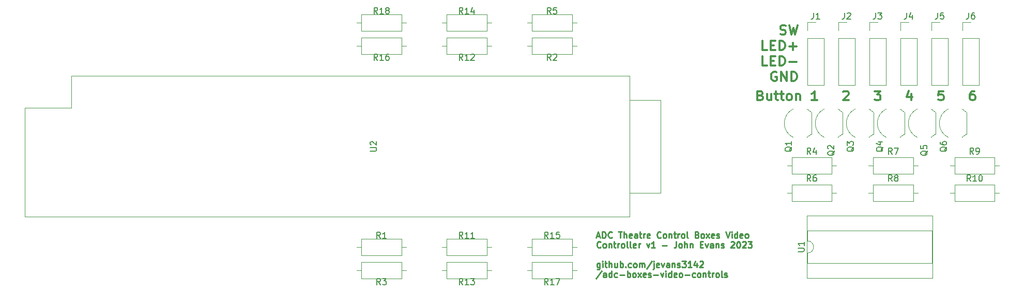
<source format=gto>
G04 #@! TF.GenerationSoftware,KiCad,Pcbnew,(6.0.0-0)*
G04 #@! TF.CreationDate,2023-09-24T20:44:22+01:00*
G04 #@! TF.ProjectId,main-board,6d61696e-2d62-46f6-9172-642e6b696361,rev?*
G04 #@! TF.SameCoordinates,Original*
G04 #@! TF.FileFunction,Legend,Top*
G04 #@! TF.FilePolarity,Positive*
%FSLAX46Y46*%
G04 Gerber Fmt 4.6, Leading zero omitted, Abs format (unit mm)*
G04 Created by KiCad (PCBNEW (6.0.0-0)) date 2023-09-24 20:44:22*
%MOMM*%
%LPD*%
G01*
G04 APERTURE LIST*
%ADD10C,0.300000*%
%ADD11C,0.250000*%
%ADD12C,0.150000*%
%ADD13C,0.120000*%
%ADD14C,1.600000*%
%ADD15O,1.600000X1.600000*%
%ADD16R,1.600000X1.600000*%
%ADD17C,3.200000*%
%ADD18C,1.500000*%
%ADD19R,1.500000X1.500000*%
%ADD20R,1.700000X1.700000*%
%ADD21O,1.700000X1.700000*%
G04 APERTURE END LIST*
D10*
X98357380Y-22197142D02*
X98585952Y-22268571D01*
X98966904Y-22268571D01*
X99119285Y-22197142D01*
X99195476Y-22125714D01*
X99271666Y-21982857D01*
X99271666Y-21840000D01*
X99195476Y-21697142D01*
X99119285Y-21625714D01*
X98966904Y-21554285D01*
X98662142Y-21482857D01*
X98509761Y-21411428D01*
X98433571Y-21340000D01*
X98357380Y-21197142D01*
X98357380Y-21054285D01*
X98433571Y-20911428D01*
X98509761Y-20840000D01*
X98662142Y-20768571D01*
X99043095Y-20768571D01*
X99271666Y-20840000D01*
X99805000Y-20768571D02*
X100185952Y-22268571D01*
X100490714Y-21197142D01*
X100795476Y-22268571D01*
X101176428Y-20768571D01*
X96224047Y-24808571D02*
X95462142Y-24808571D01*
X95462142Y-23308571D01*
X96757380Y-24022857D02*
X97290714Y-24022857D01*
X97519285Y-24808571D02*
X96757380Y-24808571D01*
X96757380Y-23308571D01*
X97519285Y-23308571D01*
X98205000Y-24808571D02*
X98205000Y-23308571D01*
X98585952Y-23308571D01*
X98814523Y-23380000D01*
X98966904Y-23522857D01*
X99043095Y-23665714D01*
X99119285Y-23951428D01*
X99119285Y-24165714D01*
X99043095Y-24451428D01*
X98966904Y-24594285D01*
X98814523Y-24737142D01*
X98585952Y-24808571D01*
X98205000Y-24808571D01*
X99805000Y-24237142D02*
X101024047Y-24237142D01*
X100414523Y-24808571D02*
X100414523Y-23665714D01*
X96224047Y-27348571D02*
X95462142Y-27348571D01*
X95462142Y-25848571D01*
X96757380Y-26562857D02*
X97290714Y-26562857D01*
X97519285Y-27348571D02*
X96757380Y-27348571D01*
X96757380Y-25848571D01*
X97519285Y-25848571D01*
X98205000Y-27348571D02*
X98205000Y-25848571D01*
X98585952Y-25848571D01*
X98814523Y-25920000D01*
X98966904Y-26062857D01*
X99043095Y-26205714D01*
X99119285Y-26491428D01*
X99119285Y-26705714D01*
X99043095Y-26991428D01*
X98966904Y-27134285D01*
X98814523Y-27277142D01*
X98585952Y-27348571D01*
X98205000Y-27348571D01*
X99805000Y-26777142D02*
X101024047Y-26777142D01*
X97747857Y-28460000D02*
X97595476Y-28388571D01*
X97366904Y-28388571D01*
X97138333Y-28460000D01*
X96985952Y-28602857D01*
X96909761Y-28745714D01*
X96833571Y-29031428D01*
X96833571Y-29245714D01*
X96909761Y-29531428D01*
X96985952Y-29674285D01*
X97138333Y-29817142D01*
X97366904Y-29888571D01*
X97519285Y-29888571D01*
X97747857Y-29817142D01*
X97824047Y-29745714D01*
X97824047Y-29245714D01*
X97519285Y-29245714D01*
X98509761Y-29888571D02*
X98509761Y-28388571D01*
X99424047Y-29888571D01*
X99424047Y-28388571D01*
X100185952Y-29888571D02*
X100185952Y-28388571D01*
X100566904Y-28388571D01*
X100795476Y-28460000D01*
X100947857Y-28602857D01*
X101024047Y-28745714D01*
X101100238Y-29031428D01*
X101100238Y-29245714D01*
X101024047Y-29531428D01*
X100947857Y-29674285D01*
X100795476Y-29817142D01*
X100566904Y-29888571D01*
X100185952Y-29888571D01*
D11*
X68297976Y-55366666D02*
X68774166Y-55366666D01*
X68202738Y-55652380D02*
X68536071Y-54652380D01*
X68869404Y-55652380D01*
X69202738Y-55652380D02*
X69202738Y-54652380D01*
X69440833Y-54652380D01*
X69583690Y-54700000D01*
X69678928Y-54795238D01*
X69726547Y-54890476D01*
X69774166Y-55080952D01*
X69774166Y-55223809D01*
X69726547Y-55414285D01*
X69678928Y-55509523D01*
X69583690Y-55604761D01*
X69440833Y-55652380D01*
X69202738Y-55652380D01*
X70774166Y-55557142D02*
X70726547Y-55604761D01*
X70583690Y-55652380D01*
X70488452Y-55652380D01*
X70345595Y-55604761D01*
X70250357Y-55509523D01*
X70202738Y-55414285D01*
X70155119Y-55223809D01*
X70155119Y-55080952D01*
X70202738Y-54890476D01*
X70250357Y-54795238D01*
X70345595Y-54700000D01*
X70488452Y-54652380D01*
X70583690Y-54652380D01*
X70726547Y-54700000D01*
X70774166Y-54747619D01*
X71821785Y-54652380D02*
X72393214Y-54652380D01*
X72107500Y-55652380D02*
X72107500Y-54652380D01*
X72726547Y-55652380D02*
X72726547Y-54652380D01*
X73155119Y-55652380D02*
X73155119Y-55128571D01*
X73107500Y-55033333D01*
X73012261Y-54985714D01*
X72869404Y-54985714D01*
X72774166Y-55033333D01*
X72726547Y-55080952D01*
X74012261Y-55604761D02*
X73917023Y-55652380D01*
X73726547Y-55652380D01*
X73631309Y-55604761D01*
X73583690Y-55509523D01*
X73583690Y-55128571D01*
X73631309Y-55033333D01*
X73726547Y-54985714D01*
X73917023Y-54985714D01*
X74012261Y-55033333D01*
X74059880Y-55128571D01*
X74059880Y-55223809D01*
X73583690Y-55319047D01*
X74917023Y-55652380D02*
X74917023Y-55128571D01*
X74869404Y-55033333D01*
X74774166Y-54985714D01*
X74583690Y-54985714D01*
X74488452Y-55033333D01*
X74917023Y-55604761D02*
X74821785Y-55652380D01*
X74583690Y-55652380D01*
X74488452Y-55604761D01*
X74440833Y-55509523D01*
X74440833Y-55414285D01*
X74488452Y-55319047D01*
X74583690Y-55271428D01*
X74821785Y-55271428D01*
X74917023Y-55223809D01*
X75250357Y-54985714D02*
X75631309Y-54985714D01*
X75393214Y-54652380D02*
X75393214Y-55509523D01*
X75440833Y-55604761D01*
X75536071Y-55652380D01*
X75631309Y-55652380D01*
X75964642Y-55652380D02*
X75964642Y-54985714D01*
X75964642Y-55176190D02*
X76012261Y-55080952D01*
X76059880Y-55033333D01*
X76155119Y-54985714D01*
X76250357Y-54985714D01*
X76964642Y-55604761D02*
X76869404Y-55652380D01*
X76678928Y-55652380D01*
X76583690Y-55604761D01*
X76536071Y-55509523D01*
X76536071Y-55128571D01*
X76583690Y-55033333D01*
X76678928Y-54985714D01*
X76869404Y-54985714D01*
X76964642Y-55033333D01*
X77012261Y-55128571D01*
X77012261Y-55223809D01*
X76536071Y-55319047D01*
X78774166Y-55557142D02*
X78726547Y-55604761D01*
X78583690Y-55652380D01*
X78488452Y-55652380D01*
X78345595Y-55604761D01*
X78250357Y-55509523D01*
X78202738Y-55414285D01*
X78155119Y-55223809D01*
X78155119Y-55080952D01*
X78202738Y-54890476D01*
X78250357Y-54795238D01*
X78345595Y-54700000D01*
X78488452Y-54652380D01*
X78583690Y-54652380D01*
X78726547Y-54700000D01*
X78774166Y-54747619D01*
X79345595Y-55652380D02*
X79250357Y-55604761D01*
X79202738Y-55557142D01*
X79155119Y-55461904D01*
X79155119Y-55176190D01*
X79202738Y-55080952D01*
X79250357Y-55033333D01*
X79345595Y-54985714D01*
X79488452Y-54985714D01*
X79583690Y-55033333D01*
X79631309Y-55080952D01*
X79678928Y-55176190D01*
X79678928Y-55461904D01*
X79631309Y-55557142D01*
X79583690Y-55604761D01*
X79488452Y-55652380D01*
X79345595Y-55652380D01*
X80107500Y-54985714D02*
X80107500Y-55652380D01*
X80107500Y-55080952D02*
X80155119Y-55033333D01*
X80250357Y-54985714D01*
X80393214Y-54985714D01*
X80488452Y-55033333D01*
X80536071Y-55128571D01*
X80536071Y-55652380D01*
X80869404Y-54985714D02*
X81250357Y-54985714D01*
X81012261Y-54652380D02*
X81012261Y-55509523D01*
X81059880Y-55604761D01*
X81155119Y-55652380D01*
X81250357Y-55652380D01*
X81583690Y-55652380D02*
X81583690Y-54985714D01*
X81583690Y-55176190D02*
X81631309Y-55080952D01*
X81678928Y-55033333D01*
X81774166Y-54985714D01*
X81869404Y-54985714D01*
X82345595Y-55652380D02*
X82250357Y-55604761D01*
X82202738Y-55557142D01*
X82155119Y-55461904D01*
X82155119Y-55176190D01*
X82202738Y-55080952D01*
X82250357Y-55033333D01*
X82345595Y-54985714D01*
X82488452Y-54985714D01*
X82583690Y-55033333D01*
X82631309Y-55080952D01*
X82678928Y-55176190D01*
X82678928Y-55461904D01*
X82631309Y-55557142D01*
X82583690Y-55604761D01*
X82488452Y-55652380D01*
X82345595Y-55652380D01*
X83250357Y-55652380D02*
X83155119Y-55604761D01*
X83107500Y-55509523D01*
X83107500Y-54652380D01*
X84726547Y-55128571D02*
X84869404Y-55176190D01*
X84917023Y-55223809D01*
X84964642Y-55319047D01*
X84964642Y-55461904D01*
X84917023Y-55557142D01*
X84869404Y-55604761D01*
X84774166Y-55652380D01*
X84393214Y-55652380D01*
X84393214Y-54652380D01*
X84726547Y-54652380D01*
X84821785Y-54700000D01*
X84869404Y-54747619D01*
X84917023Y-54842857D01*
X84917023Y-54938095D01*
X84869404Y-55033333D01*
X84821785Y-55080952D01*
X84726547Y-55128571D01*
X84393214Y-55128571D01*
X85536071Y-55652380D02*
X85440833Y-55604761D01*
X85393214Y-55557142D01*
X85345595Y-55461904D01*
X85345595Y-55176190D01*
X85393214Y-55080952D01*
X85440833Y-55033333D01*
X85536071Y-54985714D01*
X85678928Y-54985714D01*
X85774166Y-55033333D01*
X85821785Y-55080952D01*
X85869404Y-55176190D01*
X85869404Y-55461904D01*
X85821785Y-55557142D01*
X85774166Y-55604761D01*
X85678928Y-55652380D01*
X85536071Y-55652380D01*
X86202738Y-55652380D02*
X86726547Y-54985714D01*
X86202738Y-54985714D02*
X86726547Y-55652380D01*
X87488452Y-55604761D02*
X87393214Y-55652380D01*
X87202738Y-55652380D01*
X87107500Y-55604761D01*
X87059880Y-55509523D01*
X87059880Y-55128571D01*
X87107500Y-55033333D01*
X87202738Y-54985714D01*
X87393214Y-54985714D01*
X87488452Y-55033333D01*
X87536071Y-55128571D01*
X87536071Y-55223809D01*
X87059880Y-55319047D01*
X87917023Y-55604761D02*
X88012261Y-55652380D01*
X88202738Y-55652380D01*
X88297976Y-55604761D01*
X88345595Y-55509523D01*
X88345595Y-55461904D01*
X88297976Y-55366666D01*
X88202738Y-55319047D01*
X88059880Y-55319047D01*
X87964642Y-55271428D01*
X87917023Y-55176190D01*
X87917023Y-55128571D01*
X87964642Y-55033333D01*
X88059880Y-54985714D01*
X88202738Y-54985714D01*
X88297976Y-55033333D01*
X89393214Y-54652380D02*
X89726547Y-55652380D01*
X90059880Y-54652380D01*
X90393214Y-55652380D02*
X90393214Y-54985714D01*
X90393214Y-54652380D02*
X90345595Y-54700000D01*
X90393214Y-54747619D01*
X90440833Y-54700000D01*
X90393214Y-54652380D01*
X90393214Y-54747619D01*
X91297976Y-55652380D02*
X91297976Y-54652380D01*
X91297976Y-55604761D02*
X91202738Y-55652380D01*
X91012261Y-55652380D01*
X90917023Y-55604761D01*
X90869404Y-55557142D01*
X90821785Y-55461904D01*
X90821785Y-55176190D01*
X90869404Y-55080952D01*
X90917023Y-55033333D01*
X91012261Y-54985714D01*
X91202738Y-54985714D01*
X91297976Y-55033333D01*
X92155119Y-55604761D02*
X92059880Y-55652380D01*
X91869404Y-55652380D01*
X91774166Y-55604761D01*
X91726547Y-55509523D01*
X91726547Y-55128571D01*
X91774166Y-55033333D01*
X91869404Y-54985714D01*
X92059880Y-54985714D01*
X92155119Y-55033333D01*
X92202738Y-55128571D01*
X92202738Y-55223809D01*
X91726547Y-55319047D01*
X92774166Y-55652380D02*
X92678928Y-55604761D01*
X92631309Y-55557142D01*
X92583690Y-55461904D01*
X92583690Y-55176190D01*
X92631309Y-55080952D01*
X92678928Y-55033333D01*
X92774166Y-54985714D01*
X92917023Y-54985714D01*
X93012261Y-55033333D01*
X93059880Y-55080952D01*
X93107500Y-55176190D01*
X93107500Y-55461904D01*
X93059880Y-55557142D01*
X93012261Y-55604761D01*
X92917023Y-55652380D01*
X92774166Y-55652380D01*
X68917023Y-57167142D02*
X68869404Y-57214761D01*
X68726547Y-57262380D01*
X68631309Y-57262380D01*
X68488452Y-57214761D01*
X68393214Y-57119523D01*
X68345595Y-57024285D01*
X68297976Y-56833809D01*
X68297976Y-56690952D01*
X68345595Y-56500476D01*
X68393214Y-56405238D01*
X68488452Y-56310000D01*
X68631309Y-56262380D01*
X68726547Y-56262380D01*
X68869404Y-56310000D01*
X68917023Y-56357619D01*
X69488452Y-57262380D02*
X69393214Y-57214761D01*
X69345595Y-57167142D01*
X69297976Y-57071904D01*
X69297976Y-56786190D01*
X69345595Y-56690952D01*
X69393214Y-56643333D01*
X69488452Y-56595714D01*
X69631309Y-56595714D01*
X69726547Y-56643333D01*
X69774166Y-56690952D01*
X69821785Y-56786190D01*
X69821785Y-57071904D01*
X69774166Y-57167142D01*
X69726547Y-57214761D01*
X69631309Y-57262380D01*
X69488452Y-57262380D01*
X70250357Y-56595714D02*
X70250357Y-57262380D01*
X70250357Y-56690952D02*
X70297976Y-56643333D01*
X70393214Y-56595714D01*
X70536071Y-56595714D01*
X70631309Y-56643333D01*
X70678928Y-56738571D01*
X70678928Y-57262380D01*
X71012261Y-56595714D02*
X71393214Y-56595714D01*
X71155119Y-56262380D02*
X71155119Y-57119523D01*
X71202738Y-57214761D01*
X71297976Y-57262380D01*
X71393214Y-57262380D01*
X71726547Y-57262380D02*
X71726547Y-56595714D01*
X71726547Y-56786190D02*
X71774166Y-56690952D01*
X71821785Y-56643333D01*
X71917023Y-56595714D01*
X72012261Y-56595714D01*
X72488452Y-57262380D02*
X72393214Y-57214761D01*
X72345595Y-57167142D01*
X72297976Y-57071904D01*
X72297976Y-56786190D01*
X72345595Y-56690952D01*
X72393214Y-56643333D01*
X72488452Y-56595714D01*
X72631309Y-56595714D01*
X72726547Y-56643333D01*
X72774166Y-56690952D01*
X72821785Y-56786190D01*
X72821785Y-57071904D01*
X72774166Y-57167142D01*
X72726547Y-57214761D01*
X72631309Y-57262380D01*
X72488452Y-57262380D01*
X73393214Y-57262380D02*
X73297976Y-57214761D01*
X73250357Y-57119523D01*
X73250357Y-56262380D01*
X73917023Y-57262380D02*
X73821785Y-57214761D01*
X73774166Y-57119523D01*
X73774166Y-56262380D01*
X74678928Y-57214761D02*
X74583690Y-57262380D01*
X74393214Y-57262380D01*
X74297976Y-57214761D01*
X74250357Y-57119523D01*
X74250357Y-56738571D01*
X74297976Y-56643333D01*
X74393214Y-56595714D01*
X74583690Y-56595714D01*
X74678928Y-56643333D01*
X74726547Y-56738571D01*
X74726547Y-56833809D01*
X74250357Y-56929047D01*
X75155119Y-57262380D02*
X75155119Y-56595714D01*
X75155119Y-56786190D02*
X75202738Y-56690952D01*
X75250357Y-56643333D01*
X75345595Y-56595714D01*
X75440833Y-56595714D01*
X76440833Y-56595714D02*
X76678928Y-57262380D01*
X76917023Y-56595714D01*
X77821785Y-57262380D02*
X77250357Y-57262380D01*
X77536071Y-57262380D02*
X77536071Y-56262380D01*
X77440833Y-56405238D01*
X77345595Y-56500476D01*
X77250357Y-56548095D01*
X79012261Y-56881428D02*
X79774166Y-56881428D01*
X81297976Y-56262380D02*
X81297976Y-56976666D01*
X81250357Y-57119523D01*
X81155119Y-57214761D01*
X81012261Y-57262380D01*
X80917023Y-57262380D01*
X81917023Y-57262380D02*
X81821785Y-57214761D01*
X81774166Y-57167142D01*
X81726547Y-57071904D01*
X81726547Y-56786190D01*
X81774166Y-56690952D01*
X81821785Y-56643333D01*
X81917023Y-56595714D01*
X82059880Y-56595714D01*
X82155119Y-56643333D01*
X82202738Y-56690952D01*
X82250357Y-56786190D01*
X82250357Y-57071904D01*
X82202738Y-57167142D01*
X82155119Y-57214761D01*
X82059880Y-57262380D01*
X81917023Y-57262380D01*
X82678928Y-57262380D02*
X82678928Y-56262380D01*
X83107500Y-57262380D02*
X83107500Y-56738571D01*
X83059880Y-56643333D01*
X82964642Y-56595714D01*
X82821785Y-56595714D01*
X82726547Y-56643333D01*
X82678928Y-56690952D01*
X83583690Y-56595714D02*
X83583690Y-57262380D01*
X83583690Y-56690952D02*
X83631309Y-56643333D01*
X83726547Y-56595714D01*
X83869404Y-56595714D01*
X83964642Y-56643333D01*
X84012261Y-56738571D01*
X84012261Y-57262380D01*
X85250357Y-56738571D02*
X85583690Y-56738571D01*
X85726547Y-57262380D02*
X85250357Y-57262380D01*
X85250357Y-56262380D01*
X85726547Y-56262380D01*
X86059880Y-56595714D02*
X86297976Y-57262380D01*
X86536071Y-56595714D01*
X87345595Y-57262380D02*
X87345595Y-56738571D01*
X87297976Y-56643333D01*
X87202738Y-56595714D01*
X87012261Y-56595714D01*
X86917023Y-56643333D01*
X87345595Y-57214761D02*
X87250357Y-57262380D01*
X87012261Y-57262380D01*
X86917023Y-57214761D01*
X86869404Y-57119523D01*
X86869404Y-57024285D01*
X86917023Y-56929047D01*
X87012261Y-56881428D01*
X87250357Y-56881428D01*
X87345595Y-56833809D01*
X87821785Y-56595714D02*
X87821785Y-57262380D01*
X87821785Y-56690952D02*
X87869404Y-56643333D01*
X87964642Y-56595714D01*
X88107500Y-56595714D01*
X88202738Y-56643333D01*
X88250357Y-56738571D01*
X88250357Y-57262380D01*
X88678928Y-57214761D02*
X88774166Y-57262380D01*
X88964642Y-57262380D01*
X89059880Y-57214761D01*
X89107500Y-57119523D01*
X89107500Y-57071904D01*
X89059880Y-56976666D01*
X88964642Y-56929047D01*
X88821785Y-56929047D01*
X88726547Y-56881428D01*
X88678928Y-56786190D01*
X88678928Y-56738571D01*
X88726547Y-56643333D01*
X88821785Y-56595714D01*
X88964642Y-56595714D01*
X89059880Y-56643333D01*
X90250357Y-56357619D02*
X90297976Y-56310000D01*
X90393214Y-56262380D01*
X90631309Y-56262380D01*
X90726547Y-56310000D01*
X90774166Y-56357619D01*
X90821785Y-56452857D01*
X90821785Y-56548095D01*
X90774166Y-56690952D01*
X90202738Y-57262380D01*
X90821785Y-57262380D01*
X91440833Y-56262380D02*
X91536071Y-56262380D01*
X91631309Y-56310000D01*
X91678928Y-56357619D01*
X91726547Y-56452857D01*
X91774166Y-56643333D01*
X91774166Y-56881428D01*
X91726547Y-57071904D01*
X91678928Y-57167142D01*
X91631309Y-57214761D01*
X91536071Y-57262380D01*
X91440833Y-57262380D01*
X91345595Y-57214761D01*
X91297976Y-57167142D01*
X91250357Y-57071904D01*
X91202738Y-56881428D01*
X91202738Y-56643333D01*
X91250357Y-56452857D01*
X91297976Y-56357619D01*
X91345595Y-56310000D01*
X91440833Y-56262380D01*
X92155119Y-56357619D02*
X92202738Y-56310000D01*
X92297976Y-56262380D01*
X92536071Y-56262380D01*
X92631309Y-56310000D01*
X92678928Y-56357619D01*
X92726547Y-56452857D01*
X92726547Y-56548095D01*
X92678928Y-56690952D01*
X92107499Y-57262380D01*
X92726547Y-57262380D01*
X93059880Y-56262380D02*
X93678928Y-56262380D01*
X93345595Y-56643333D01*
X93488452Y-56643333D01*
X93583690Y-56690952D01*
X93631309Y-56738571D01*
X93678928Y-56833809D01*
X93678928Y-57071904D01*
X93631309Y-57167142D01*
X93583690Y-57214761D01*
X93488452Y-57262380D01*
X93202738Y-57262380D01*
X93107499Y-57214761D01*
X93059880Y-57167142D01*
X68774166Y-59815714D02*
X68774166Y-60625238D01*
X68726547Y-60720476D01*
X68678928Y-60768095D01*
X68583690Y-60815714D01*
X68440833Y-60815714D01*
X68345595Y-60768095D01*
X68774166Y-60434761D02*
X68678928Y-60482380D01*
X68488452Y-60482380D01*
X68393214Y-60434761D01*
X68345595Y-60387142D01*
X68297976Y-60291904D01*
X68297976Y-60006190D01*
X68345595Y-59910952D01*
X68393214Y-59863333D01*
X68488452Y-59815714D01*
X68678928Y-59815714D01*
X68774166Y-59863333D01*
X69250357Y-60482380D02*
X69250357Y-59815714D01*
X69250357Y-59482380D02*
X69202738Y-59530000D01*
X69250357Y-59577619D01*
X69297976Y-59530000D01*
X69250357Y-59482380D01*
X69250357Y-59577619D01*
X69583690Y-59815714D02*
X69964642Y-59815714D01*
X69726547Y-59482380D02*
X69726547Y-60339523D01*
X69774166Y-60434761D01*
X69869404Y-60482380D01*
X69964642Y-60482380D01*
X70297976Y-60482380D02*
X70297976Y-59482380D01*
X70726547Y-60482380D02*
X70726547Y-59958571D01*
X70678928Y-59863333D01*
X70583690Y-59815714D01*
X70440833Y-59815714D01*
X70345595Y-59863333D01*
X70297976Y-59910952D01*
X71631309Y-59815714D02*
X71631309Y-60482380D01*
X71202738Y-59815714D02*
X71202738Y-60339523D01*
X71250357Y-60434761D01*
X71345595Y-60482380D01*
X71488452Y-60482380D01*
X71583690Y-60434761D01*
X71631309Y-60387142D01*
X72107500Y-60482380D02*
X72107500Y-59482380D01*
X72107500Y-59863333D02*
X72202738Y-59815714D01*
X72393214Y-59815714D01*
X72488452Y-59863333D01*
X72536071Y-59910952D01*
X72583690Y-60006190D01*
X72583690Y-60291904D01*
X72536071Y-60387142D01*
X72488452Y-60434761D01*
X72393214Y-60482380D01*
X72202738Y-60482380D01*
X72107500Y-60434761D01*
X73012261Y-60387142D02*
X73059880Y-60434761D01*
X73012261Y-60482380D01*
X72964642Y-60434761D01*
X73012261Y-60387142D01*
X73012261Y-60482380D01*
X73917023Y-60434761D02*
X73821785Y-60482380D01*
X73631309Y-60482380D01*
X73536071Y-60434761D01*
X73488452Y-60387142D01*
X73440833Y-60291904D01*
X73440833Y-60006190D01*
X73488452Y-59910952D01*
X73536071Y-59863333D01*
X73631309Y-59815714D01*
X73821785Y-59815714D01*
X73917023Y-59863333D01*
X74488452Y-60482380D02*
X74393214Y-60434761D01*
X74345595Y-60387142D01*
X74297976Y-60291904D01*
X74297976Y-60006190D01*
X74345595Y-59910952D01*
X74393214Y-59863333D01*
X74488452Y-59815714D01*
X74631309Y-59815714D01*
X74726547Y-59863333D01*
X74774166Y-59910952D01*
X74821785Y-60006190D01*
X74821785Y-60291904D01*
X74774166Y-60387142D01*
X74726547Y-60434761D01*
X74631309Y-60482380D01*
X74488452Y-60482380D01*
X75250357Y-60482380D02*
X75250357Y-59815714D01*
X75250357Y-59910952D02*
X75297976Y-59863333D01*
X75393214Y-59815714D01*
X75536071Y-59815714D01*
X75631309Y-59863333D01*
X75678928Y-59958571D01*
X75678928Y-60482380D01*
X75678928Y-59958571D02*
X75726547Y-59863333D01*
X75821785Y-59815714D01*
X75964642Y-59815714D01*
X76059880Y-59863333D01*
X76107500Y-59958571D01*
X76107500Y-60482380D01*
X77297976Y-59434761D02*
X76440833Y-60720476D01*
X77631309Y-59815714D02*
X77631309Y-60672857D01*
X77583690Y-60768095D01*
X77488452Y-60815714D01*
X77440833Y-60815714D01*
X77631309Y-59482380D02*
X77583690Y-59530000D01*
X77631309Y-59577619D01*
X77678928Y-59530000D01*
X77631309Y-59482380D01*
X77631309Y-59577619D01*
X78488452Y-60434761D02*
X78393214Y-60482380D01*
X78202738Y-60482380D01*
X78107500Y-60434761D01*
X78059880Y-60339523D01*
X78059880Y-59958571D01*
X78107500Y-59863333D01*
X78202738Y-59815714D01*
X78393214Y-59815714D01*
X78488452Y-59863333D01*
X78536071Y-59958571D01*
X78536071Y-60053809D01*
X78059880Y-60149047D01*
X78869404Y-59815714D02*
X79107500Y-60482380D01*
X79345595Y-59815714D01*
X80155119Y-60482380D02*
X80155119Y-59958571D01*
X80107500Y-59863333D01*
X80012261Y-59815714D01*
X79821785Y-59815714D01*
X79726547Y-59863333D01*
X80155119Y-60434761D02*
X80059880Y-60482380D01*
X79821785Y-60482380D01*
X79726547Y-60434761D01*
X79678928Y-60339523D01*
X79678928Y-60244285D01*
X79726547Y-60149047D01*
X79821785Y-60101428D01*
X80059880Y-60101428D01*
X80155119Y-60053809D01*
X80631309Y-59815714D02*
X80631309Y-60482380D01*
X80631309Y-59910952D02*
X80678928Y-59863333D01*
X80774166Y-59815714D01*
X80917023Y-59815714D01*
X81012261Y-59863333D01*
X81059880Y-59958571D01*
X81059880Y-60482380D01*
X81488452Y-60434761D02*
X81583690Y-60482380D01*
X81774166Y-60482380D01*
X81869404Y-60434761D01*
X81917023Y-60339523D01*
X81917023Y-60291904D01*
X81869404Y-60196666D01*
X81774166Y-60149047D01*
X81631309Y-60149047D01*
X81536071Y-60101428D01*
X81488452Y-60006190D01*
X81488452Y-59958571D01*
X81536071Y-59863333D01*
X81631309Y-59815714D01*
X81774166Y-59815714D01*
X81869404Y-59863333D01*
X82250357Y-59482380D02*
X82869404Y-59482380D01*
X82536071Y-59863333D01*
X82678928Y-59863333D01*
X82774166Y-59910952D01*
X82821785Y-59958571D01*
X82869404Y-60053809D01*
X82869404Y-60291904D01*
X82821785Y-60387142D01*
X82774166Y-60434761D01*
X82678928Y-60482380D01*
X82393214Y-60482380D01*
X82297976Y-60434761D01*
X82250357Y-60387142D01*
X83821785Y-60482380D02*
X83250357Y-60482380D01*
X83536071Y-60482380D02*
X83536071Y-59482380D01*
X83440833Y-59625238D01*
X83345595Y-59720476D01*
X83250357Y-59768095D01*
X84678928Y-59815714D02*
X84678928Y-60482380D01*
X84440833Y-59434761D02*
X84202738Y-60149047D01*
X84821785Y-60149047D01*
X85155119Y-59577619D02*
X85202738Y-59530000D01*
X85297976Y-59482380D01*
X85536071Y-59482380D01*
X85631309Y-59530000D01*
X85678928Y-59577619D01*
X85726547Y-59672857D01*
X85726547Y-59768095D01*
X85678928Y-59910952D01*
X85107500Y-60482380D01*
X85726547Y-60482380D01*
X69059880Y-61044761D02*
X68202738Y-62330476D01*
X69821785Y-62092380D02*
X69821785Y-61568571D01*
X69774166Y-61473333D01*
X69678928Y-61425714D01*
X69488452Y-61425714D01*
X69393214Y-61473333D01*
X69821785Y-62044761D02*
X69726547Y-62092380D01*
X69488452Y-62092380D01*
X69393214Y-62044761D01*
X69345595Y-61949523D01*
X69345595Y-61854285D01*
X69393214Y-61759047D01*
X69488452Y-61711428D01*
X69726547Y-61711428D01*
X69821785Y-61663809D01*
X70726547Y-62092380D02*
X70726547Y-61092380D01*
X70726547Y-62044761D02*
X70631309Y-62092380D01*
X70440833Y-62092380D01*
X70345595Y-62044761D01*
X70297976Y-61997142D01*
X70250357Y-61901904D01*
X70250357Y-61616190D01*
X70297976Y-61520952D01*
X70345595Y-61473333D01*
X70440833Y-61425714D01*
X70631309Y-61425714D01*
X70726547Y-61473333D01*
X71631309Y-62044761D02*
X71536071Y-62092380D01*
X71345595Y-62092380D01*
X71250357Y-62044761D01*
X71202738Y-61997142D01*
X71155119Y-61901904D01*
X71155119Y-61616190D01*
X71202738Y-61520952D01*
X71250357Y-61473333D01*
X71345595Y-61425714D01*
X71536071Y-61425714D01*
X71631309Y-61473333D01*
X72059880Y-61711428D02*
X72821785Y-61711428D01*
X73297976Y-62092380D02*
X73297976Y-61092380D01*
X73297976Y-61473333D02*
X73393214Y-61425714D01*
X73583690Y-61425714D01*
X73678928Y-61473333D01*
X73726547Y-61520952D01*
X73774166Y-61616190D01*
X73774166Y-61901904D01*
X73726547Y-61997142D01*
X73678928Y-62044761D01*
X73583690Y-62092380D01*
X73393214Y-62092380D01*
X73297976Y-62044761D01*
X74345595Y-62092380D02*
X74250357Y-62044761D01*
X74202738Y-61997142D01*
X74155119Y-61901904D01*
X74155119Y-61616190D01*
X74202738Y-61520952D01*
X74250357Y-61473333D01*
X74345595Y-61425714D01*
X74488452Y-61425714D01*
X74583690Y-61473333D01*
X74631309Y-61520952D01*
X74678928Y-61616190D01*
X74678928Y-61901904D01*
X74631309Y-61997142D01*
X74583690Y-62044761D01*
X74488452Y-62092380D01*
X74345595Y-62092380D01*
X75012261Y-62092380D02*
X75536071Y-61425714D01*
X75012261Y-61425714D02*
X75536071Y-62092380D01*
X76297976Y-62044761D02*
X76202738Y-62092380D01*
X76012261Y-62092380D01*
X75917023Y-62044761D01*
X75869404Y-61949523D01*
X75869404Y-61568571D01*
X75917023Y-61473333D01*
X76012261Y-61425714D01*
X76202738Y-61425714D01*
X76297976Y-61473333D01*
X76345595Y-61568571D01*
X76345595Y-61663809D01*
X75869404Y-61759047D01*
X76726547Y-62044761D02*
X76821785Y-62092380D01*
X77012261Y-62092380D01*
X77107500Y-62044761D01*
X77155119Y-61949523D01*
X77155119Y-61901904D01*
X77107500Y-61806666D01*
X77012261Y-61759047D01*
X76869404Y-61759047D01*
X76774166Y-61711428D01*
X76726547Y-61616190D01*
X76726547Y-61568571D01*
X76774166Y-61473333D01*
X76869404Y-61425714D01*
X77012261Y-61425714D01*
X77107500Y-61473333D01*
X77583690Y-61711428D02*
X78345595Y-61711428D01*
X78726547Y-61425714D02*
X78964642Y-62092380D01*
X79202738Y-61425714D01*
X79583690Y-62092380D02*
X79583690Y-61425714D01*
X79583690Y-61092380D02*
X79536071Y-61140000D01*
X79583690Y-61187619D01*
X79631309Y-61140000D01*
X79583690Y-61092380D01*
X79583690Y-61187619D01*
X80488452Y-62092380D02*
X80488452Y-61092380D01*
X80488452Y-62044761D02*
X80393214Y-62092380D01*
X80202738Y-62092380D01*
X80107500Y-62044761D01*
X80059880Y-61997142D01*
X80012261Y-61901904D01*
X80012261Y-61616190D01*
X80059880Y-61520952D01*
X80107500Y-61473333D01*
X80202738Y-61425714D01*
X80393214Y-61425714D01*
X80488452Y-61473333D01*
X81345595Y-62044761D02*
X81250357Y-62092380D01*
X81059880Y-62092380D01*
X80964642Y-62044761D01*
X80917023Y-61949523D01*
X80917023Y-61568571D01*
X80964642Y-61473333D01*
X81059880Y-61425714D01*
X81250357Y-61425714D01*
X81345595Y-61473333D01*
X81393214Y-61568571D01*
X81393214Y-61663809D01*
X80917023Y-61759047D01*
X81964642Y-62092380D02*
X81869404Y-62044761D01*
X81821785Y-61997142D01*
X81774166Y-61901904D01*
X81774166Y-61616190D01*
X81821785Y-61520952D01*
X81869404Y-61473333D01*
X81964642Y-61425714D01*
X82107500Y-61425714D01*
X82202738Y-61473333D01*
X82250357Y-61520952D01*
X82297976Y-61616190D01*
X82297976Y-61901904D01*
X82250357Y-61997142D01*
X82202738Y-62044761D01*
X82107500Y-62092380D01*
X81964642Y-62092380D01*
X82726547Y-61711428D02*
X83488452Y-61711428D01*
X84393214Y-62044761D02*
X84297976Y-62092380D01*
X84107500Y-62092380D01*
X84012261Y-62044761D01*
X83964642Y-61997142D01*
X83917023Y-61901904D01*
X83917023Y-61616190D01*
X83964642Y-61520952D01*
X84012261Y-61473333D01*
X84107500Y-61425714D01*
X84297976Y-61425714D01*
X84393214Y-61473333D01*
X84964642Y-62092380D02*
X84869404Y-62044761D01*
X84821785Y-61997142D01*
X84774166Y-61901904D01*
X84774166Y-61616190D01*
X84821785Y-61520952D01*
X84869404Y-61473333D01*
X84964642Y-61425714D01*
X85107500Y-61425714D01*
X85202738Y-61473333D01*
X85250357Y-61520952D01*
X85297976Y-61616190D01*
X85297976Y-61901904D01*
X85250357Y-61997142D01*
X85202738Y-62044761D01*
X85107500Y-62092380D01*
X84964642Y-62092380D01*
X85726547Y-61425714D02*
X85726547Y-62092380D01*
X85726547Y-61520952D02*
X85774166Y-61473333D01*
X85869404Y-61425714D01*
X86012261Y-61425714D01*
X86107500Y-61473333D01*
X86155119Y-61568571D01*
X86155119Y-62092380D01*
X86488452Y-61425714D02*
X86869404Y-61425714D01*
X86631309Y-61092380D02*
X86631309Y-61949523D01*
X86678928Y-62044761D01*
X86774166Y-62092380D01*
X86869404Y-62092380D01*
X87202738Y-62092380D02*
X87202738Y-61425714D01*
X87202738Y-61616190D02*
X87250357Y-61520952D01*
X87297976Y-61473333D01*
X87393214Y-61425714D01*
X87488452Y-61425714D01*
X87964642Y-62092380D02*
X87869404Y-62044761D01*
X87821785Y-61997142D01*
X87774166Y-61901904D01*
X87774166Y-61616190D01*
X87821785Y-61520952D01*
X87869404Y-61473333D01*
X87964642Y-61425714D01*
X88107500Y-61425714D01*
X88202738Y-61473333D01*
X88250357Y-61520952D01*
X88297976Y-61616190D01*
X88297976Y-61901904D01*
X88250357Y-61997142D01*
X88202738Y-62044761D01*
X88107500Y-62092380D01*
X87964642Y-62092380D01*
X88869404Y-62092380D02*
X88774166Y-62044761D01*
X88726547Y-61949523D01*
X88726547Y-61092380D01*
X89202738Y-62044761D02*
X89297976Y-62092380D01*
X89488452Y-62092380D01*
X89583690Y-62044761D01*
X89631309Y-61949523D01*
X89631309Y-61901904D01*
X89583690Y-61806666D01*
X89488452Y-61759047D01*
X89345595Y-61759047D01*
X89250357Y-61711428D01*
X89202738Y-61616190D01*
X89202738Y-61568571D01*
X89250357Y-61473333D01*
X89345595Y-61425714D01*
X89488452Y-61425714D01*
X89583690Y-61473333D01*
D10*
X95110238Y-32277857D02*
X95338809Y-32349285D01*
X95414999Y-32420714D01*
X95491190Y-32563571D01*
X95491190Y-32777857D01*
X95414999Y-32920714D01*
X95338809Y-32992142D01*
X95186428Y-33063571D01*
X94576904Y-33063571D01*
X94576904Y-31563571D01*
X95110238Y-31563571D01*
X95262619Y-31635000D01*
X95338809Y-31706428D01*
X95414999Y-31849285D01*
X95414999Y-31992142D01*
X95338809Y-32135000D01*
X95262619Y-32206428D01*
X95110238Y-32277857D01*
X94576904Y-32277857D01*
X96862619Y-32063571D02*
X96862619Y-33063571D01*
X96176904Y-32063571D02*
X96176904Y-32849285D01*
X96253095Y-32992142D01*
X96405476Y-33063571D01*
X96634047Y-33063571D01*
X96786428Y-32992142D01*
X96862619Y-32920714D01*
X97395952Y-32063571D02*
X98005476Y-32063571D01*
X97624523Y-31563571D02*
X97624523Y-32849285D01*
X97700714Y-32992142D01*
X97853095Y-33063571D01*
X98005476Y-33063571D01*
X98310238Y-32063571D02*
X98919761Y-32063571D01*
X98538809Y-31563571D02*
X98538809Y-32849285D01*
X98614999Y-32992142D01*
X98767380Y-33063571D01*
X98919761Y-33063571D01*
X99681666Y-33063571D02*
X99529285Y-32992142D01*
X99453095Y-32920714D01*
X99376904Y-32777857D01*
X99376904Y-32349285D01*
X99453095Y-32206428D01*
X99529285Y-32135000D01*
X99681666Y-32063571D01*
X99910238Y-32063571D01*
X100062619Y-32135000D01*
X100138809Y-32206428D01*
X100214999Y-32349285D01*
X100214999Y-32777857D01*
X100138809Y-32920714D01*
X100062619Y-32992142D01*
X99910238Y-33063571D01*
X99681666Y-33063571D01*
X100900714Y-32063571D02*
X100900714Y-33063571D01*
X100900714Y-32206428D02*
X100976904Y-32135000D01*
X101129285Y-32063571D01*
X101357857Y-32063571D01*
X101510238Y-32135000D01*
X101586428Y-32277857D01*
X101586428Y-33063571D01*
X104405476Y-33063571D02*
X103491190Y-33063571D01*
X103948333Y-33063571D02*
X103948333Y-31563571D01*
X103795952Y-31777857D01*
X103643571Y-31920714D01*
X103491190Y-31992142D01*
X108672142Y-31706428D02*
X108748333Y-31635000D01*
X108900714Y-31563571D01*
X109281666Y-31563571D01*
X109434047Y-31635000D01*
X109510238Y-31706428D01*
X109586428Y-31849285D01*
X109586428Y-31992142D01*
X109510238Y-32206428D01*
X108595952Y-33063571D01*
X109586428Y-33063571D01*
X113776904Y-31563571D02*
X114767380Y-31563571D01*
X114234047Y-32135000D01*
X114462619Y-32135000D01*
X114614999Y-32206428D01*
X114691190Y-32277857D01*
X114767380Y-32420714D01*
X114767380Y-32777857D01*
X114691190Y-32920714D01*
X114614999Y-32992142D01*
X114462619Y-33063571D01*
X114005476Y-33063571D01*
X113853095Y-32992142D01*
X113776904Y-32920714D01*
X119795952Y-32063571D02*
X119795952Y-33063571D01*
X119414999Y-31492142D02*
X119034047Y-32563571D01*
X120024523Y-32563571D01*
X125053095Y-31563571D02*
X124291190Y-31563571D01*
X124214999Y-32277857D01*
X124291190Y-32206428D01*
X124443571Y-32135000D01*
X124824523Y-32135000D01*
X124976904Y-32206428D01*
X125053095Y-32277857D01*
X125129285Y-32420714D01*
X125129285Y-32777857D01*
X125053095Y-32920714D01*
X124976904Y-32992142D01*
X124824523Y-33063571D01*
X124443571Y-33063571D01*
X124291190Y-32992142D01*
X124214999Y-32920714D01*
X130157857Y-31563571D02*
X129853095Y-31563571D01*
X129700714Y-31635000D01*
X129624523Y-31706428D01*
X129472142Y-31920714D01*
X129395952Y-32206428D01*
X129395952Y-32777857D01*
X129472142Y-32920714D01*
X129548333Y-32992142D01*
X129700714Y-33063571D01*
X130005476Y-33063571D01*
X130157857Y-32992142D01*
X130234047Y-32920714D01*
X130310238Y-32777857D01*
X130310238Y-32420714D01*
X130234047Y-32277857D01*
X130157857Y-32206428D01*
X130005476Y-32135000D01*
X129700714Y-32135000D01*
X129548333Y-32206428D01*
X129472142Y-32277857D01*
X129395952Y-32420714D01*
D12*
X60793333Y-26487380D02*
X60460000Y-26011190D01*
X60221904Y-26487380D02*
X60221904Y-25487380D01*
X60602857Y-25487380D01*
X60698095Y-25535000D01*
X60745714Y-25582619D01*
X60793333Y-25677857D01*
X60793333Y-25820714D01*
X60745714Y-25915952D01*
X60698095Y-25963571D01*
X60602857Y-26011190D01*
X60221904Y-26011190D01*
X61174285Y-25582619D02*
X61221904Y-25535000D01*
X61317142Y-25487380D01*
X61555238Y-25487380D01*
X61650476Y-25535000D01*
X61698095Y-25582619D01*
X61745714Y-25677857D01*
X61745714Y-25773095D01*
X61698095Y-25915952D01*
X61126666Y-26487380D01*
X61745714Y-26487380D01*
X31202380Y-41391904D02*
X32011904Y-41391904D01*
X32107142Y-41344285D01*
X32154761Y-41296666D01*
X32202380Y-41201428D01*
X32202380Y-41010952D01*
X32154761Y-40915714D01*
X32107142Y-40868095D01*
X32011904Y-40820476D01*
X31202380Y-40820476D01*
X31297619Y-40391904D02*
X31250000Y-40344285D01*
X31202380Y-40249047D01*
X31202380Y-40010952D01*
X31250000Y-39915714D01*
X31297619Y-39868095D01*
X31392857Y-39820476D01*
X31488095Y-39820476D01*
X31630952Y-39868095D01*
X32202380Y-40439523D01*
X32202380Y-39820476D01*
X107227619Y-41370238D02*
X107180000Y-41465476D01*
X107084761Y-41560714D01*
X106941904Y-41703571D01*
X106894285Y-41798809D01*
X106894285Y-41894047D01*
X107132380Y-41846428D02*
X107084761Y-41941666D01*
X106989523Y-42036904D01*
X106799047Y-42084523D01*
X106465714Y-42084523D01*
X106275238Y-42036904D01*
X106180000Y-41941666D01*
X106132380Y-41846428D01*
X106132380Y-41655952D01*
X106180000Y-41560714D01*
X106275238Y-41465476D01*
X106465714Y-41417857D01*
X106799047Y-41417857D01*
X106989523Y-41465476D01*
X107084761Y-41560714D01*
X107132380Y-41655952D01*
X107132380Y-41846428D01*
X106227619Y-41036904D02*
X106180000Y-40989285D01*
X106132380Y-40894047D01*
X106132380Y-40655952D01*
X106180000Y-40560714D01*
X106227619Y-40513095D01*
X106322857Y-40465476D01*
X106418095Y-40465476D01*
X106560952Y-40513095D01*
X107132380Y-41084523D01*
X107132380Y-40465476D01*
X100242619Y-40735238D02*
X100195000Y-40830476D01*
X100099761Y-40925714D01*
X99956904Y-41068571D01*
X99909285Y-41163809D01*
X99909285Y-41259047D01*
X100147380Y-41211428D02*
X100099761Y-41306666D01*
X100004523Y-41401904D01*
X99814047Y-41449523D01*
X99480714Y-41449523D01*
X99290238Y-41401904D01*
X99195000Y-41306666D01*
X99147380Y-41211428D01*
X99147380Y-41020952D01*
X99195000Y-40925714D01*
X99290238Y-40830476D01*
X99480714Y-40782857D01*
X99814047Y-40782857D01*
X100004523Y-40830476D01*
X100099761Y-40925714D01*
X100147380Y-41020952D01*
X100147380Y-41211428D01*
X100147380Y-39830476D02*
X100147380Y-40401904D01*
X100147380Y-40116190D02*
X99147380Y-40116190D01*
X99290238Y-40211428D01*
X99385476Y-40306666D01*
X99433095Y-40401904D01*
X110402619Y-40735238D02*
X110355000Y-40830476D01*
X110259761Y-40925714D01*
X110116904Y-41068571D01*
X110069285Y-41163809D01*
X110069285Y-41259047D01*
X110307380Y-41211428D02*
X110259761Y-41306666D01*
X110164523Y-41401904D01*
X109974047Y-41449523D01*
X109640714Y-41449523D01*
X109450238Y-41401904D01*
X109355000Y-41306666D01*
X109307380Y-41211428D01*
X109307380Y-41020952D01*
X109355000Y-40925714D01*
X109450238Y-40830476D01*
X109640714Y-40782857D01*
X109974047Y-40782857D01*
X110164523Y-40830476D01*
X110259761Y-40925714D01*
X110307380Y-41020952D01*
X110307380Y-41211428D01*
X109307380Y-40449523D02*
X109307380Y-39830476D01*
X109688333Y-40163809D01*
X109688333Y-40020952D01*
X109735952Y-39925714D01*
X109783571Y-39878095D01*
X109878809Y-39830476D01*
X110116904Y-39830476D01*
X110212142Y-39878095D01*
X110259761Y-39925714D01*
X110307380Y-40020952D01*
X110307380Y-40306666D01*
X110259761Y-40401904D01*
X110212142Y-40449523D01*
X125642619Y-40735238D02*
X125595000Y-40830476D01*
X125499761Y-40925714D01*
X125356904Y-41068571D01*
X125309285Y-41163809D01*
X125309285Y-41259047D01*
X125547380Y-41211428D02*
X125499761Y-41306666D01*
X125404523Y-41401904D01*
X125214047Y-41449523D01*
X124880714Y-41449523D01*
X124690238Y-41401904D01*
X124595000Y-41306666D01*
X124547380Y-41211428D01*
X124547380Y-41020952D01*
X124595000Y-40925714D01*
X124690238Y-40830476D01*
X124880714Y-40782857D01*
X125214047Y-40782857D01*
X125404523Y-40830476D01*
X125499761Y-40925714D01*
X125547380Y-41020952D01*
X125547380Y-41211428D01*
X124547380Y-39925714D02*
X124547380Y-40116190D01*
X124595000Y-40211428D01*
X124642619Y-40259047D01*
X124785476Y-40354285D01*
X124975952Y-40401904D01*
X125356904Y-40401904D01*
X125452142Y-40354285D01*
X125499761Y-40306666D01*
X125547380Y-40211428D01*
X125547380Y-40020952D01*
X125499761Y-39925714D01*
X125452142Y-39878095D01*
X125356904Y-39830476D01*
X125118809Y-39830476D01*
X125023571Y-39878095D01*
X124975952Y-39925714D01*
X124928333Y-40020952D01*
X124928333Y-40211428D01*
X124975952Y-40306666D01*
X125023571Y-40354285D01*
X125118809Y-40401904D01*
X101252380Y-57901904D02*
X102061904Y-57901904D01*
X102157142Y-57854285D01*
X102204761Y-57806666D01*
X102252380Y-57711428D01*
X102252380Y-57520952D01*
X102204761Y-57425714D01*
X102157142Y-57378095D01*
X102061904Y-57330476D01*
X101252380Y-57330476D01*
X102252380Y-56330476D02*
X102252380Y-56901904D01*
X102252380Y-56616190D02*
X101252380Y-56616190D01*
X101395238Y-56711428D01*
X101490476Y-56806666D01*
X101538095Y-56901904D01*
X32377142Y-18867380D02*
X32043809Y-18391190D01*
X31805714Y-18867380D02*
X31805714Y-17867380D01*
X32186666Y-17867380D01*
X32281904Y-17915000D01*
X32329523Y-17962619D01*
X32377142Y-18057857D01*
X32377142Y-18200714D01*
X32329523Y-18295952D01*
X32281904Y-18343571D01*
X32186666Y-18391190D01*
X31805714Y-18391190D01*
X33329523Y-18867380D02*
X32758095Y-18867380D01*
X33043809Y-18867380D02*
X33043809Y-17867380D01*
X32948571Y-18010238D01*
X32853333Y-18105476D01*
X32758095Y-18153095D01*
X33900952Y-18295952D02*
X33805714Y-18248333D01*
X33758095Y-18200714D01*
X33710476Y-18105476D01*
X33710476Y-18057857D01*
X33758095Y-17962619D01*
X33805714Y-17915000D01*
X33900952Y-17867380D01*
X34091428Y-17867380D01*
X34186666Y-17915000D01*
X34234285Y-17962619D01*
X34281904Y-18057857D01*
X34281904Y-18105476D01*
X34234285Y-18200714D01*
X34186666Y-18248333D01*
X34091428Y-18295952D01*
X33900952Y-18295952D01*
X33805714Y-18343571D01*
X33758095Y-18391190D01*
X33710476Y-18486428D01*
X33710476Y-18676904D01*
X33758095Y-18772142D01*
X33805714Y-18819761D01*
X33900952Y-18867380D01*
X34091428Y-18867380D01*
X34186666Y-18819761D01*
X34234285Y-18772142D01*
X34281904Y-18676904D01*
X34281904Y-18486428D01*
X34234285Y-18391190D01*
X34186666Y-18343571D01*
X34091428Y-18295952D01*
X60317142Y-63317380D02*
X59983809Y-62841190D01*
X59745714Y-63317380D02*
X59745714Y-62317380D01*
X60126666Y-62317380D01*
X60221904Y-62365000D01*
X60269523Y-62412619D01*
X60317142Y-62507857D01*
X60317142Y-62650714D01*
X60269523Y-62745952D01*
X60221904Y-62793571D01*
X60126666Y-62841190D01*
X59745714Y-62841190D01*
X61269523Y-63317380D02*
X60698095Y-63317380D01*
X60983809Y-63317380D02*
X60983809Y-62317380D01*
X60888571Y-62460238D01*
X60793333Y-62555476D01*
X60698095Y-62603095D01*
X61602857Y-62317380D02*
X62269523Y-62317380D01*
X61840952Y-63317380D01*
X32377142Y-26487380D02*
X32043809Y-26011190D01*
X31805714Y-26487380D02*
X31805714Y-25487380D01*
X32186666Y-25487380D01*
X32281904Y-25535000D01*
X32329523Y-25582619D01*
X32377142Y-25677857D01*
X32377142Y-25820714D01*
X32329523Y-25915952D01*
X32281904Y-25963571D01*
X32186666Y-26011190D01*
X31805714Y-26011190D01*
X33329523Y-26487380D02*
X32758095Y-26487380D01*
X33043809Y-26487380D02*
X33043809Y-25487380D01*
X32948571Y-25630238D01*
X32853333Y-25725476D01*
X32758095Y-25773095D01*
X34186666Y-25487380D02*
X33996190Y-25487380D01*
X33900952Y-25535000D01*
X33853333Y-25582619D01*
X33758095Y-25725476D01*
X33710476Y-25915952D01*
X33710476Y-26296904D01*
X33758095Y-26392142D01*
X33805714Y-26439761D01*
X33900952Y-26487380D01*
X34091428Y-26487380D01*
X34186666Y-26439761D01*
X34234285Y-26392142D01*
X34281904Y-26296904D01*
X34281904Y-26058809D01*
X34234285Y-25963571D01*
X34186666Y-25915952D01*
X34091428Y-25868333D01*
X33900952Y-25868333D01*
X33805714Y-25915952D01*
X33758095Y-25963571D01*
X33710476Y-26058809D01*
X60317142Y-55697380D02*
X59983809Y-55221190D01*
X59745714Y-55697380D02*
X59745714Y-54697380D01*
X60126666Y-54697380D01*
X60221904Y-54745000D01*
X60269523Y-54792619D01*
X60317142Y-54887857D01*
X60317142Y-55030714D01*
X60269523Y-55125952D01*
X60221904Y-55173571D01*
X60126666Y-55221190D01*
X59745714Y-55221190D01*
X61269523Y-55697380D02*
X60698095Y-55697380D01*
X60983809Y-55697380D02*
X60983809Y-54697380D01*
X60888571Y-54840238D01*
X60793333Y-54935476D01*
X60698095Y-54983095D01*
X62174285Y-54697380D02*
X61698095Y-54697380D01*
X61650476Y-55173571D01*
X61698095Y-55125952D01*
X61793333Y-55078333D01*
X62031428Y-55078333D01*
X62126666Y-55125952D01*
X62174285Y-55173571D01*
X62221904Y-55268809D01*
X62221904Y-55506904D01*
X62174285Y-55602142D01*
X62126666Y-55649761D01*
X62031428Y-55697380D01*
X61793333Y-55697380D01*
X61698095Y-55649761D01*
X61650476Y-55602142D01*
X46347142Y-18867380D02*
X46013809Y-18391190D01*
X45775714Y-18867380D02*
X45775714Y-17867380D01*
X46156666Y-17867380D01*
X46251904Y-17915000D01*
X46299523Y-17962619D01*
X46347142Y-18057857D01*
X46347142Y-18200714D01*
X46299523Y-18295952D01*
X46251904Y-18343571D01*
X46156666Y-18391190D01*
X45775714Y-18391190D01*
X47299523Y-18867380D02*
X46728095Y-18867380D01*
X47013809Y-18867380D02*
X47013809Y-17867380D01*
X46918571Y-18010238D01*
X46823333Y-18105476D01*
X46728095Y-18153095D01*
X48156666Y-18200714D02*
X48156666Y-18867380D01*
X47918571Y-17819761D02*
X47680476Y-18534047D01*
X48299523Y-18534047D01*
X46347142Y-63317380D02*
X46013809Y-62841190D01*
X45775714Y-63317380D02*
X45775714Y-62317380D01*
X46156666Y-62317380D01*
X46251904Y-62365000D01*
X46299523Y-62412619D01*
X46347142Y-62507857D01*
X46347142Y-62650714D01*
X46299523Y-62745952D01*
X46251904Y-62793571D01*
X46156666Y-62841190D01*
X45775714Y-62841190D01*
X47299523Y-63317380D02*
X46728095Y-63317380D01*
X47013809Y-63317380D02*
X47013809Y-62317380D01*
X46918571Y-62460238D01*
X46823333Y-62555476D01*
X46728095Y-62603095D01*
X47632857Y-62317380D02*
X48251904Y-62317380D01*
X47918571Y-62698333D01*
X48061428Y-62698333D01*
X48156666Y-62745952D01*
X48204285Y-62793571D01*
X48251904Y-62888809D01*
X48251904Y-63126904D01*
X48204285Y-63222142D01*
X48156666Y-63269761D01*
X48061428Y-63317380D01*
X47775714Y-63317380D01*
X47680476Y-63269761D01*
X47632857Y-63222142D01*
X46347142Y-26487380D02*
X46013809Y-26011190D01*
X45775714Y-26487380D02*
X45775714Y-25487380D01*
X46156666Y-25487380D01*
X46251904Y-25535000D01*
X46299523Y-25582619D01*
X46347142Y-25677857D01*
X46347142Y-25820714D01*
X46299523Y-25915952D01*
X46251904Y-25963571D01*
X46156666Y-26011190D01*
X45775714Y-26011190D01*
X47299523Y-26487380D02*
X46728095Y-26487380D01*
X47013809Y-26487380D02*
X47013809Y-25487380D01*
X46918571Y-25630238D01*
X46823333Y-25725476D01*
X46728095Y-25773095D01*
X47680476Y-25582619D02*
X47728095Y-25535000D01*
X47823333Y-25487380D01*
X48061428Y-25487380D01*
X48156666Y-25535000D01*
X48204285Y-25582619D01*
X48251904Y-25677857D01*
X48251904Y-25773095D01*
X48204285Y-25915952D01*
X47632857Y-26487380D01*
X48251904Y-26487380D01*
X46347142Y-55697380D02*
X46013809Y-55221190D01*
X45775714Y-55697380D02*
X45775714Y-54697380D01*
X46156666Y-54697380D01*
X46251904Y-54745000D01*
X46299523Y-54792619D01*
X46347142Y-54887857D01*
X46347142Y-55030714D01*
X46299523Y-55125952D01*
X46251904Y-55173571D01*
X46156666Y-55221190D01*
X45775714Y-55221190D01*
X47299523Y-55697380D02*
X46728095Y-55697380D01*
X47013809Y-55697380D02*
X47013809Y-54697380D01*
X46918571Y-54840238D01*
X46823333Y-54935476D01*
X46728095Y-54983095D01*
X48251904Y-55697380D02*
X47680476Y-55697380D01*
X47966190Y-55697380D02*
X47966190Y-54697380D01*
X47870952Y-54840238D01*
X47775714Y-54935476D01*
X47680476Y-54983095D01*
X129532142Y-46342380D02*
X129198809Y-45866190D01*
X128960714Y-46342380D02*
X128960714Y-45342380D01*
X129341666Y-45342380D01*
X129436904Y-45390000D01*
X129484523Y-45437619D01*
X129532142Y-45532857D01*
X129532142Y-45675714D01*
X129484523Y-45770952D01*
X129436904Y-45818571D01*
X129341666Y-45866190D01*
X128960714Y-45866190D01*
X130484523Y-46342380D02*
X129913095Y-46342380D01*
X130198809Y-46342380D02*
X130198809Y-45342380D01*
X130103571Y-45485238D01*
X130008333Y-45580476D01*
X129913095Y-45628095D01*
X131103571Y-45342380D02*
X131198809Y-45342380D01*
X131294047Y-45390000D01*
X131341666Y-45437619D01*
X131389285Y-45532857D01*
X131436904Y-45723333D01*
X131436904Y-45961428D01*
X131389285Y-46151904D01*
X131341666Y-46247142D01*
X131294047Y-46294761D01*
X131198809Y-46342380D01*
X131103571Y-46342380D01*
X131008333Y-46294761D01*
X130960714Y-46247142D01*
X130913095Y-46151904D01*
X130865476Y-45961428D01*
X130865476Y-45723333D01*
X130913095Y-45532857D01*
X130960714Y-45437619D01*
X131008333Y-45390000D01*
X131103571Y-45342380D01*
X130008333Y-41897380D02*
X129675000Y-41421190D01*
X129436904Y-41897380D02*
X129436904Y-40897380D01*
X129817857Y-40897380D01*
X129913095Y-40945000D01*
X129960714Y-40992619D01*
X130008333Y-41087857D01*
X130008333Y-41230714D01*
X129960714Y-41325952D01*
X129913095Y-41373571D01*
X129817857Y-41421190D01*
X129436904Y-41421190D01*
X130484523Y-41897380D02*
X130675000Y-41897380D01*
X130770238Y-41849761D01*
X130817857Y-41802142D01*
X130913095Y-41659285D01*
X130960714Y-41468809D01*
X130960714Y-41087857D01*
X130913095Y-40992619D01*
X130865476Y-40945000D01*
X130770238Y-40897380D01*
X130579761Y-40897380D01*
X130484523Y-40945000D01*
X130436904Y-40992619D01*
X130389285Y-41087857D01*
X130389285Y-41325952D01*
X130436904Y-41421190D01*
X130484523Y-41468809D01*
X130579761Y-41516428D01*
X130770238Y-41516428D01*
X130865476Y-41468809D01*
X130913095Y-41421190D01*
X130960714Y-41325952D01*
X116673333Y-46342380D02*
X116340000Y-45866190D01*
X116101904Y-46342380D02*
X116101904Y-45342380D01*
X116482857Y-45342380D01*
X116578095Y-45390000D01*
X116625714Y-45437619D01*
X116673333Y-45532857D01*
X116673333Y-45675714D01*
X116625714Y-45770952D01*
X116578095Y-45818571D01*
X116482857Y-45866190D01*
X116101904Y-45866190D01*
X117244761Y-45770952D02*
X117149523Y-45723333D01*
X117101904Y-45675714D01*
X117054285Y-45580476D01*
X117054285Y-45532857D01*
X117101904Y-45437619D01*
X117149523Y-45390000D01*
X117244761Y-45342380D01*
X117435238Y-45342380D01*
X117530476Y-45390000D01*
X117578095Y-45437619D01*
X117625714Y-45532857D01*
X117625714Y-45580476D01*
X117578095Y-45675714D01*
X117530476Y-45723333D01*
X117435238Y-45770952D01*
X117244761Y-45770952D01*
X117149523Y-45818571D01*
X117101904Y-45866190D01*
X117054285Y-45961428D01*
X117054285Y-46151904D01*
X117101904Y-46247142D01*
X117149523Y-46294761D01*
X117244761Y-46342380D01*
X117435238Y-46342380D01*
X117530476Y-46294761D01*
X117578095Y-46247142D01*
X117625714Y-46151904D01*
X117625714Y-45961428D01*
X117578095Y-45866190D01*
X117530476Y-45818571D01*
X117435238Y-45770952D01*
X116673333Y-41897380D02*
X116340000Y-41421190D01*
X116101904Y-41897380D02*
X116101904Y-40897380D01*
X116482857Y-40897380D01*
X116578095Y-40945000D01*
X116625714Y-40992619D01*
X116673333Y-41087857D01*
X116673333Y-41230714D01*
X116625714Y-41325952D01*
X116578095Y-41373571D01*
X116482857Y-41421190D01*
X116101904Y-41421190D01*
X117006666Y-40897380D02*
X117673333Y-40897380D01*
X117244761Y-41897380D01*
X103338333Y-46342380D02*
X103005000Y-45866190D01*
X102766904Y-46342380D02*
X102766904Y-45342380D01*
X103147857Y-45342380D01*
X103243095Y-45390000D01*
X103290714Y-45437619D01*
X103338333Y-45532857D01*
X103338333Y-45675714D01*
X103290714Y-45770952D01*
X103243095Y-45818571D01*
X103147857Y-45866190D01*
X102766904Y-45866190D01*
X104195476Y-45342380D02*
X104005000Y-45342380D01*
X103909761Y-45390000D01*
X103862142Y-45437619D01*
X103766904Y-45580476D01*
X103719285Y-45770952D01*
X103719285Y-46151904D01*
X103766904Y-46247142D01*
X103814523Y-46294761D01*
X103909761Y-46342380D01*
X104100238Y-46342380D01*
X104195476Y-46294761D01*
X104243095Y-46247142D01*
X104290714Y-46151904D01*
X104290714Y-45913809D01*
X104243095Y-45818571D01*
X104195476Y-45770952D01*
X104100238Y-45723333D01*
X103909761Y-45723333D01*
X103814523Y-45770952D01*
X103766904Y-45818571D01*
X103719285Y-45913809D01*
X60793333Y-18867380D02*
X60460000Y-18391190D01*
X60221904Y-18867380D02*
X60221904Y-17867380D01*
X60602857Y-17867380D01*
X60698095Y-17915000D01*
X60745714Y-17962619D01*
X60793333Y-18057857D01*
X60793333Y-18200714D01*
X60745714Y-18295952D01*
X60698095Y-18343571D01*
X60602857Y-18391190D01*
X60221904Y-18391190D01*
X61698095Y-17867380D02*
X61221904Y-17867380D01*
X61174285Y-18343571D01*
X61221904Y-18295952D01*
X61317142Y-18248333D01*
X61555238Y-18248333D01*
X61650476Y-18295952D01*
X61698095Y-18343571D01*
X61745714Y-18438809D01*
X61745714Y-18676904D01*
X61698095Y-18772142D01*
X61650476Y-18819761D01*
X61555238Y-18867380D01*
X61317142Y-18867380D01*
X61221904Y-18819761D01*
X61174285Y-18772142D01*
X103338333Y-41897380D02*
X103005000Y-41421190D01*
X102766904Y-41897380D02*
X102766904Y-40897380D01*
X103147857Y-40897380D01*
X103243095Y-40945000D01*
X103290714Y-40992619D01*
X103338333Y-41087857D01*
X103338333Y-41230714D01*
X103290714Y-41325952D01*
X103243095Y-41373571D01*
X103147857Y-41421190D01*
X102766904Y-41421190D01*
X104195476Y-41230714D02*
X104195476Y-41897380D01*
X103957380Y-40849761D02*
X103719285Y-41564047D01*
X104338333Y-41564047D01*
X32853333Y-63317380D02*
X32520000Y-62841190D01*
X32281904Y-63317380D02*
X32281904Y-62317380D01*
X32662857Y-62317380D01*
X32758095Y-62365000D01*
X32805714Y-62412619D01*
X32853333Y-62507857D01*
X32853333Y-62650714D01*
X32805714Y-62745952D01*
X32758095Y-62793571D01*
X32662857Y-62841190D01*
X32281904Y-62841190D01*
X33186666Y-62317380D02*
X33805714Y-62317380D01*
X33472380Y-62698333D01*
X33615238Y-62698333D01*
X33710476Y-62745952D01*
X33758095Y-62793571D01*
X33805714Y-62888809D01*
X33805714Y-63126904D01*
X33758095Y-63222142D01*
X33710476Y-63269761D01*
X33615238Y-63317380D01*
X33329523Y-63317380D01*
X33234285Y-63269761D01*
X33186666Y-63222142D01*
X32853333Y-55697380D02*
X32520000Y-55221190D01*
X32281904Y-55697380D02*
X32281904Y-54697380D01*
X32662857Y-54697380D01*
X32758095Y-54745000D01*
X32805714Y-54792619D01*
X32853333Y-54887857D01*
X32853333Y-55030714D01*
X32805714Y-55125952D01*
X32758095Y-55173571D01*
X32662857Y-55221190D01*
X32281904Y-55221190D01*
X33805714Y-55697380D02*
X33234285Y-55697380D01*
X33520000Y-55697380D02*
X33520000Y-54697380D01*
X33424761Y-54840238D01*
X33329523Y-54935476D01*
X33234285Y-54983095D01*
X122467619Y-41370238D02*
X122420000Y-41465476D01*
X122324761Y-41560714D01*
X122181904Y-41703571D01*
X122134285Y-41798809D01*
X122134285Y-41894047D01*
X122372380Y-41846428D02*
X122324761Y-41941666D01*
X122229523Y-42036904D01*
X122039047Y-42084523D01*
X121705714Y-42084523D01*
X121515238Y-42036904D01*
X121420000Y-41941666D01*
X121372380Y-41846428D01*
X121372380Y-41655952D01*
X121420000Y-41560714D01*
X121515238Y-41465476D01*
X121705714Y-41417857D01*
X122039047Y-41417857D01*
X122229523Y-41465476D01*
X122324761Y-41560714D01*
X122372380Y-41655952D01*
X122372380Y-41846428D01*
X121372380Y-40513095D02*
X121372380Y-40989285D01*
X121848571Y-41036904D01*
X121800952Y-40989285D01*
X121753333Y-40894047D01*
X121753333Y-40655952D01*
X121800952Y-40560714D01*
X121848571Y-40513095D01*
X121943809Y-40465476D01*
X122181904Y-40465476D01*
X122277142Y-40513095D01*
X122324761Y-40560714D01*
X122372380Y-40655952D01*
X122372380Y-40894047D01*
X122324761Y-40989285D01*
X122277142Y-41036904D01*
X115194802Y-40735238D02*
X115147183Y-40830476D01*
X115051944Y-40925714D01*
X114909087Y-41068571D01*
X114861468Y-41163809D01*
X114861468Y-41259047D01*
X115099563Y-41211428D02*
X115051944Y-41306666D01*
X114956706Y-41401904D01*
X114766230Y-41449523D01*
X114432897Y-41449523D01*
X114242421Y-41401904D01*
X114147183Y-41306666D01*
X114099563Y-41211428D01*
X114099563Y-41020952D01*
X114147183Y-40925714D01*
X114242421Y-40830476D01*
X114432897Y-40782857D01*
X114766230Y-40782857D01*
X114956706Y-40830476D01*
X115051944Y-40925714D01*
X115099563Y-41020952D01*
X115099563Y-41211428D01*
X114432897Y-39925714D02*
X115099563Y-39925714D01*
X114051944Y-40163809D02*
X114766230Y-40401904D01*
X114766230Y-39782857D01*
X129206666Y-18722380D02*
X129206666Y-19436666D01*
X129159047Y-19579523D01*
X129063809Y-19674761D01*
X128920952Y-19722380D01*
X128825714Y-19722380D01*
X130111428Y-18722380D02*
X129920952Y-18722380D01*
X129825714Y-18770000D01*
X129778095Y-18817619D01*
X129682857Y-18960476D01*
X129635238Y-19150952D01*
X129635238Y-19531904D01*
X129682857Y-19627142D01*
X129730476Y-19674761D01*
X129825714Y-19722380D01*
X130016190Y-19722380D01*
X130111428Y-19674761D01*
X130159047Y-19627142D01*
X130206666Y-19531904D01*
X130206666Y-19293809D01*
X130159047Y-19198571D01*
X130111428Y-19150952D01*
X130016190Y-19103333D01*
X129825714Y-19103333D01*
X129730476Y-19150952D01*
X129682857Y-19198571D01*
X129635238Y-19293809D01*
X124126666Y-18722380D02*
X124126666Y-19436666D01*
X124079047Y-19579523D01*
X123983809Y-19674761D01*
X123840952Y-19722380D01*
X123745714Y-19722380D01*
X125079047Y-18722380D02*
X124602857Y-18722380D01*
X124555238Y-19198571D01*
X124602857Y-19150952D01*
X124698095Y-19103333D01*
X124936190Y-19103333D01*
X125031428Y-19150952D01*
X125079047Y-19198571D01*
X125126666Y-19293809D01*
X125126666Y-19531904D01*
X125079047Y-19627142D01*
X125031428Y-19674761D01*
X124936190Y-19722380D01*
X124698095Y-19722380D01*
X124602857Y-19674761D01*
X124555238Y-19627142D01*
X119046666Y-18722380D02*
X119046666Y-19436666D01*
X118999047Y-19579523D01*
X118903809Y-19674761D01*
X118760952Y-19722380D01*
X118665714Y-19722380D01*
X119951428Y-19055714D02*
X119951428Y-19722380D01*
X119713333Y-18674761D02*
X119475238Y-19389047D01*
X120094285Y-19389047D01*
X113966666Y-18722380D02*
X113966666Y-19436666D01*
X113919047Y-19579523D01*
X113823809Y-19674761D01*
X113680952Y-19722380D01*
X113585714Y-19722380D01*
X114347619Y-18722380D02*
X114966666Y-18722380D01*
X114633333Y-19103333D01*
X114776190Y-19103333D01*
X114871428Y-19150952D01*
X114919047Y-19198571D01*
X114966666Y-19293809D01*
X114966666Y-19531904D01*
X114919047Y-19627142D01*
X114871428Y-19674761D01*
X114776190Y-19722380D01*
X114490476Y-19722380D01*
X114395238Y-19674761D01*
X114347619Y-19627142D01*
X108886666Y-18722380D02*
X108886666Y-19436666D01*
X108839047Y-19579523D01*
X108743809Y-19674761D01*
X108600952Y-19722380D01*
X108505714Y-19722380D01*
X109315238Y-18817619D02*
X109362857Y-18770000D01*
X109458095Y-18722380D01*
X109696190Y-18722380D01*
X109791428Y-18770000D01*
X109839047Y-18817619D01*
X109886666Y-18912857D01*
X109886666Y-19008095D01*
X109839047Y-19150952D01*
X109267619Y-19722380D01*
X109886666Y-19722380D01*
X103806666Y-18722380D02*
X103806666Y-19436666D01*
X103759047Y-19579523D01*
X103663809Y-19674761D01*
X103520952Y-19722380D01*
X103425714Y-19722380D01*
X104806666Y-19722380D02*
X104235238Y-19722380D01*
X104520952Y-19722380D02*
X104520952Y-18722380D01*
X104425714Y-18865238D01*
X104330476Y-18960476D01*
X104235238Y-19008095D01*
D13*
X57690000Y-22760000D02*
X57690000Y-25500000D01*
X57690000Y-25500000D02*
X64230000Y-25500000D01*
X64230000Y-25500000D02*
X64230000Y-22760000D01*
X64230000Y-22760000D02*
X57690000Y-22760000D01*
X56920000Y-24130000D02*
X57690000Y-24130000D01*
X65000000Y-24130000D02*
X64230000Y-24130000D01*
X-25400000Y-52180000D02*
X73660000Y-52180000D01*
X-25400000Y-34290000D02*
X-17780000Y-34290000D01*
X73660000Y-48260000D02*
X78740000Y-48260000D01*
X78740000Y-48260000D02*
X78740000Y-33020000D01*
X73660000Y-52180000D02*
X73660000Y-29100000D01*
X73660000Y-33020000D02*
X78740000Y-33020000D01*
X-25400000Y-34290000D02*
X-25400000Y-52180000D01*
X-17780000Y-34290000D02*
X-17780000Y-29100000D01*
X73660000Y-29100000D02*
X-17780000Y-29100000D01*
X108530000Y-38630000D02*
X108530000Y-35030000D01*
X107802795Y-39154184D02*
G75*
G03*
X108530000Y-38630000I-1122795J2324184D01*
G01*
X104080000Y-36830000D02*
G75*
G03*
X105581193Y-39186400I2600000J0D01*
G01*
X105581193Y-34473600D02*
G75*
G03*
X104080000Y-36830000I1098807J-2356400D01*
G01*
X108530000Y-35030000D02*
G75*
G03*
X107802795Y-34505816I-1850000J-1800000D01*
G01*
X103450000Y-35030000D02*
G75*
G03*
X102722795Y-34505816I-1850000J-1800000D01*
G01*
X100501193Y-34473600D02*
G75*
G03*
X99000000Y-36830000I1098807J-2356400D01*
G01*
X99000000Y-36830000D02*
G75*
G03*
X100501193Y-39186400I2600000J0D01*
G01*
X102722795Y-39154184D02*
G75*
G03*
X103450000Y-38630000I-1122795J2324184D01*
G01*
X103450000Y-38630000D02*
X103450000Y-35030000D01*
X113610000Y-35030000D02*
G75*
G03*
X112882795Y-34505816I-1850000J-1800000D01*
G01*
X110661193Y-34473600D02*
G75*
G03*
X109160000Y-36830000I1098807J-2356400D01*
G01*
X109160000Y-36830000D02*
G75*
G03*
X110661193Y-39186400I2600000J0D01*
G01*
X112882795Y-39154184D02*
G75*
G03*
X113610000Y-38630000I-1122795J2324184D01*
G01*
X113610000Y-38630000D02*
X113610000Y-35030000D01*
X128850000Y-35030000D02*
G75*
G03*
X128122795Y-34505816I-1850000J-1800000D01*
G01*
X125901193Y-34473600D02*
G75*
G03*
X124400000Y-36830000I1098807J-2356400D01*
G01*
X124400000Y-36830000D02*
G75*
G03*
X125901193Y-39186400I2600000J0D01*
G01*
X128122795Y-39154184D02*
G75*
G03*
X128850000Y-38630000I-1122795J2324184D01*
G01*
X128850000Y-38630000D02*
X128850000Y-35030000D01*
X102740000Y-52000000D02*
X102740000Y-62280000D01*
X123300000Y-52000000D02*
X102740000Y-52000000D01*
X123300000Y-62280000D02*
X123300000Y-52000000D01*
X102740000Y-62280000D02*
X123300000Y-62280000D01*
X102800000Y-54490000D02*
X102800000Y-56140000D01*
X123240000Y-54490000D02*
X102800000Y-54490000D01*
X123240000Y-59790000D02*
X123240000Y-54490000D01*
X102800000Y-59790000D02*
X123240000Y-59790000D01*
X102800000Y-58140000D02*
X102800000Y-59790000D01*
X102800000Y-58140000D02*
G75*
G03*
X102800000Y-56140000I0J1000000D01*
G01*
X29750000Y-18950000D02*
X29750000Y-21690000D01*
X29750000Y-21690000D02*
X36290000Y-21690000D01*
X36290000Y-21690000D02*
X36290000Y-18950000D01*
X36290000Y-18950000D02*
X29750000Y-18950000D01*
X28980000Y-20320000D02*
X29750000Y-20320000D01*
X37060000Y-20320000D02*
X36290000Y-20320000D01*
X57690000Y-59590000D02*
X57690000Y-62330000D01*
X57690000Y-62330000D02*
X64230000Y-62330000D01*
X64230000Y-62330000D02*
X64230000Y-59590000D01*
X64230000Y-59590000D02*
X57690000Y-59590000D01*
X56920000Y-60960000D02*
X57690000Y-60960000D01*
X65000000Y-60960000D02*
X64230000Y-60960000D01*
X29750000Y-22760000D02*
X29750000Y-25500000D01*
X29750000Y-25500000D02*
X36290000Y-25500000D01*
X36290000Y-25500000D02*
X36290000Y-22760000D01*
X36290000Y-22760000D02*
X29750000Y-22760000D01*
X28980000Y-24130000D02*
X29750000Y-24130000D01*
X37060000Y-24130000D02*
X36290000Y-24130000D01*
X57690000Y-55780000D02*
X57690000Y-58520000D01*
X57690000Y-58520000D02*
X64230000Y-58520000D01*
X64230000Y-58520000D02*
X64230000Y-55780000D01*
X64230000Y-55780000D02*
X57690000Y-55780000D01*
X56920000Y-57150000D02*
X57690000Y-57150000D01*
X65000000Y-57150000D02*
X64230000Y-57150000D01*
X43720000Y-18950000D02*
X43720000Y-21690000D01*
X43720000Y-21690000D02*
X50260000Y-21690000D01*
X50260000Y-21690000D02*
X50260000Y-18950000D01*
X50260000Y-18950000D02*
X43720000Y-18950000D01*
X42950000Y-20320000D02*
X43720000Y-20320000D01*
X51030000Y-20320000D02*
X50260000Y-20320000D01*
X43720000Y-59590000D02*
X43720000Y-62330000D01*
X43720000Y-62330000D02*
X50260000Y-62330000D01*
X50260000Y-62330000D02*
X50260000Y-59590000D01*
X50260000Y-59590000D02*
X43720000Y-59590000D01*
X42950000Y-60960000D02*
X43720000Y-60960000D01*
X51030000Y-60960000D02*
X50260000Y-60960000D01*
X43720000Y-22760000D02*
X43720000Y-25500000D01*
X43720000Y-25500000D02*
X50260000Y-25500000D01*
X50260000Y-25500000D02*
X50260000Y-22760000D01*
X50260000Y-22760000D02*
X43720000Y-22760000D01*
X42950000Y-24130000D02*
X43720000Y-24130000D01*
X51030000Y-24130000D02*
X50260000Y-24130000D01*
X43720000Y-55780000D02*
X43720000Y-58520000D01*
X43720000Y-58520000D02*
X50260000Y-58520000D01*
X50260000Y-58520000D02*
X50260000Y-55780000D01*
X50260000Y-55780000D02*
X43720000Y-55780000D01*
X42950000Y-57150000D02*
X43720000Y-57150000D01*
X51030000Y-57150000D02*
X50260000Y-57150000D01*
X134215000Y-48260000D02*
X133445000Y-48260000D01*
X126135000Y-48260000D02*
X126905000Y-48260000D01*
X133445000Y-46890000D02*
X126905000Y-46890000D01*
X133445000Y-49630000D02*
X133445000Y-46890000D01*
X126905000Y-49630000D02*
X133445000Y-49630000D01*
X126905000Y-46890000D02*
X126905000Y-49630000D01*
X134215000Y-43815000D02*
X133445000Y-43815000D01*
X126135000Y-43815000D02*
X126905000Y-43815000D01*
X133445000Y-42445000D02*
X126905000Y-42445000D01*
X133445000Y-45185000D02*
X133445000Y-42445000D01*
X126905000Y-45185000D02*
X133445000Y-45185000D01*
X126905000Y-42445000D02*
X126905000Y-45185000D01*
X120880000Y-48260000D02*
X120110000Y-48260000D01*
X112800000Y-48260000D02*
X113570000Y-48260000D01*
X120110000Y-46890000D02*
X113570000Y-46890000D01*
X120110000Y-49630000D02*
X120110000Y-46890000D01*
X113570000Y-49630000D02*
X120110000Y-49630000D01*
X113570000Y-46890000D02*
X113570000Y-49630000D01*
X120880000Y-43815000D02*
X120110000Y-43815000D01*
X112800000Y-43815000D02*
X113570000Y-43815000D01*
X120110000Y-42445000D02*
X113570000Y-42445000D01*
X120110000Y-45185000D02*
X120110000Y-42445000D01*
X113570000Y-45185000D02*
X120110000Y-45185000D01*
X113570000Y-42445000D02*
X113570000Y-45185000D01*
X100235000Y-46890000D02*
X100235000Y-49630000D01*
X100235000Y-49630000D02*
X106775000Y-49630000D01*
X106775000Y-49630000D02*
X106775000Y-46890000D01*
X106775000Y-46890000D02*
X100235000Y-46890000D01*
X99465000Y-48260000D02*
X100235000Y-48260000D01*
X107545000Y-48260000D02*
X106775000Y-48260000D01*
X57690000Y-18950000D02*
X57690000Y-21690000D01*
X57690000Y-21690000D02*
X64230000Y-21690000D01*
X64230000Y-21690000D02*
X64230000Y-18950000D01*
X64230000Y-18950000D02*
X57690000Y-18950000D01*
X56920000Y-20320000D02*
X57690000Y-20320000D01*
X65000000Y-20320000D02*
X64230000Y-20320000D01*
X107545000Y-43815000D02*
X106775000Y-43815000D01*
X99465000Y-43815000D02*
X100235000Y-43815000D01*
X106775000Y-42445000D02*
X100235000Y-42445000D01*
X106775000Y-45185000D02*
X106775000Y-42445000D01*
X100235000Y-45185000D02*
X106775000Y-45185000D01*
X100235000Y-42445000D02*
X100235000Y-45185000D01*
X29750000Y-59590000D02*
X29750000Y-62330000D01*
X29750000Y-62330000D02*
X36290000Y-62330000D01*
X36290000Y-62330000D02*
X36290000Y-59590000D01*
X36290000Y-59590000D02*
X29750000Y-59590000D01*
X28980000Y-60960000D02*
X29750000Y-60960000D01*
X37060000Y-60960000D02*
X36290000Y-60960000D01*
X29750000Y-55780000D02*
X29750000Y-58520000D01*
X29750000Y-58520000D02*
X36290000Y-58520000D01*
X36290000Y-58520000D02*
X36290000Y-55780000D01*
X36290000Y-55780000D02*
X29750000Y-55780000D01*
X28980000Y-57150000D02*
X29750000Y-57150000D01*
X37060000Y-57150000D02*
X36290000Y-57150000D01*
X123770000Y-38630000D02*
X123770000Y-35030000D01*
X123042795Y-39154184D02*
G75*
G03*
X123770000Y-38630000I-1122795J2324184D01*
G01*
X119320000Y-36830000D02*
G75*
G03*
X120821193Y-39186400I2600000J0D01*
G01*
X120821193Y-34473600D02*
G75*
G03*
X119320000Y-36830000I1098807J-2356400D01*
G01*
X123770000Y-35030000D02*
G75*
G03*
X123042795Y-34505816I-1850000J-1800000D01*
G01*
X118690000Y-38630000D02*
X118690000Y-35030000D01*
X117962795Y-39154184D02*
G75*
G03*
X118690000Y-38630000I-1122795J2324184D01*
G01*
X114240000Y-36830000D02*
G75*
G03*
X115741193Y-39186400I2600000J0D01*
G01*
X115741193Y-34473600D02*
G75*
G03*
X114240000Y-36830000I1098807J-2356400D01*
G01*
X118690000Y-35030000D02*
G75*
G03*
X117962795Y-34505816I-1850000J-1800000D01*
G01*
X128210000Y-30550000D02*
X130870000Y-30550000D01*
X128210000Y-22870000D02*
X128210000Y-30550000D01*
X130870000Y-22870000D02*
X130870000Y-30550000D01*
X128210000Y-22870000D02*
X130870000Y-22870000D01*
X128210000Y-21600000D02*
X128210000Y-20270000D01*
X128210000Y-20270000D02*
X129540000Y-20270000D01*
X123130000Y-30550000D02*
X125790000Y-30550000D01*
X123130000Y-22870000D02*
X123130000Y-30550000D01*
X125790000Y-22870000D02*
X125790000Y-30550000D01*
X123130000Y-22870000D02*
X125790000Y-22870000D01*
X123130000Y-21600000D02*
X123130000Y-20270000D01*
X123130000Y-20270000D02*
X124460000Y-20270000D01*
X118050000Y-20270000D02*
X119380000Y-20270000D01*
X118050000Y-21600000D02*
X118050000Y-20270000D01*
X118050000Y-22870000D02*
X120710000Y-22870000D01*
X120710000Y-22870000D02*
X120710000Y-30550000D01*
X118050000Y-22870000D02*
X118050000Y-30550000D01*
X118050000Y-30550000D02*
X120710000Y-30550000D01*
X112970000Y-20270000D02*
X114300000Y-20270000D01*
X112970000Y-21600000D02*
X112970000Y-20270000D01*
X112970000Y-22870000D02*
X115630000Y-22870000D01*
X115630000Y-22870000D02*
X115630000Y-30550000D01*
X112970000Y-22870000D02*
X112970000Y-30550000D01*
X112970000Y-30550000D02*
X115630000Y-30550000D01*
X107890000Y-20270000D02*
X109220000Y-20270000D01*
X107890000Y-21600000D02*
X107890000Y-20270000D01*
X107890000Y-22870000D02*
X110550000Y-22870000D01*
X110550000Y-22870000D02*
X110550000Y-30550000D01*
X107890000Y-22870000D02*
X107890000Y-30550000D01*
X107890000Y-30550000D02*
X110550000Y-30550000D01*
X102810000Y-20270000D02*
X104140000Y-20270000D01*
X102810000Y-21600000D02*
X102810000Y-20270000D01*
X102810000Y-22870000D02*
X105470000Y-22870000D01*
X105470000Y-22870000D02*
X105470000Y-30550000D01*
X102810000Y-22870000D02*
X102810000Y-30550000D01*
X102810000Y-30550000D02*
X105470000Y-30550000D01*
%LPC*%
D14*
X55880000Y-24130000D03*
D15*
X66040000Y-24130000D03*
X43180000Y-53340000D03*
X40640000Y-53340000D03*
X38100000Y-53340000D03*
X35560000Y-53340000D03*
X33020000Y-53340000D03*
X30480000Y-53340000D03*
X27940000Y-53340000D03*
X25400000Y-53340000D03*
X22860000Y-53340000D03*
X20320000Y-53340000D03*
X20320000Y-27940000D03*
X22860000Y-27940000D03*
X25400000Y-27940000D03*
X27940000Y-27940000D03*
X30480000Y-27940000D03*
X33020000Y-27940000D03*
X35560000Y-27940000D03*
X38100000Y-27940000D03*
X40640000Y-27940000D03*
D16*
X43180000Y-27940000D03*
D17*
X22860000Y-58420000D03*
D18*
X106680000Y-36830000D03*
X106680000Y-34290000D03*
D19*
X106680000Y-39370000D03*
X101600000Y-39370000D03*
D18*
X101600000Y-34290000D03*
X101600000Y-36830000D03*
D19*
X111760000Y-39370000D03*
D18*
X111760000Y-34290000D03*
X111760000Y-36830000D03*
D19*
X127000000Y-39370000D03*
D18*
X127000000Y-34290000D03*
X127000000Y-36830000D03*
D15*
X104130000Y-53330000D03*
X121910000Y-60950000D03*
X106670000Y-53330000D03*
X119370000Y-60950000D03*
X109210000Y-53330000D03*
X116830000Y-60950000D03*
X111750000Y-53330000D03*
X114290000Y-60950000D03*
X114290000Y-53330000D03*
X111750000Y-60950000D03*
X116830000Y-53330000D03*
X109210000Y-60950000D03*
X119370000Y-53330000D03*
X106670000Y-60950000D03*
X121910000Y-53330000D03*
D16*
X104130000Y-60950000D03*
D14*
X27940000Y-20320000D03*
D15*
X38100000Y-20320000D03*
D14*
X55880000Y-60960000D03*
D15*
X66040000Y-60960000D03*
D14*
X27940000Y-24130000D03*
D15*
X38100000Y-24130000D03*
D14*
X55880000Y-57150000D03*
D15*
X66040000Y-57150000D03*
D14*
X41910000Y-20320000D03*
D15*
X52070000Y-20320000D03*
D14*
X41910000Y-60960000D03*
D15*
X52070000Y-60960000D03*
D14*
X41910000Y-24130000D03*
D15*
X52070000Y-24130000D03*
D14*
X41910000Y-57150000D03*
D15*
X52070000Y-57150000D03*
X135255000Y-48260000D03*
D14*
X125095000Y-48260000D03*
D15*
X135255000Y-43815000D03*
D14*
X125095000Y-43815000D03*
D15*
X121920000Y-48260000D03*
D14*
X111760000Y-48260000D03*
D15*
X121920000Y-43815000D03*
D14*
X111760000Y-43815000D03*
X98425000Y-48260000D03*
D15*
X108585000Y-48260000D03*
D14*
X55880000Y-20320000D03*
D15*
X66040000Y-20320000D03*
X108585000Y-43815000D03*
D14*
X98425000Y-43815000D03*
X27940000Y-60960000D03*
D15*
X38100000Y-60960000D03*
D14*
X27940000Y-57150000D03*
D15*
X38100000Y-57150000D03*
D18*
X121920000Y-36830000D03*
X121920000Y-34290000D03*
D19*
X121920000Y-39370000D03*
D18*
X116840000Y-36830000D03*
X116840000Y-34290000D03*
D19*
X116840000Y-39370000D03*
D20*
X129540000Y-21600000D03*
D21*
X129540000Y-24140000D03*
X129540000Y-26680000D03*
X129540000Y-29220000D03*
D20*
X124460000Y-21600000D03*
D21*
X124460000Y-24140000D03*
X124460000Y-26680000D03*
X124460000Y-29220000D03*
X119380000Y-29220000D03*
X119380000Y-26680000D03*
X119380000Y-24140000D03*
D20*
X119380000Y-21600000D03*
D21*
X114300000Y-29220000D03*
X114300000Y-26680000D03*
X114300000Y-24140000D03*
D20*
X114300000Y-21600000D03*
D21*
X109220000Y-29220000D03*
X109220000Y-26680000D03*
X109220000Y-24140000D03*
D20*
X109220000Y-21600000D03*
D21*
X104140000Y-29220000D03*
X104140000Y-26680000D03*
X104140000Y-24140000D03*
D20*
X104140000Y-21600000D03*
D17*
X137160000Y-58420000D03*
X22860000Y-22860000D03*
X137160000Y-22860000D03*
M02*

</source>
